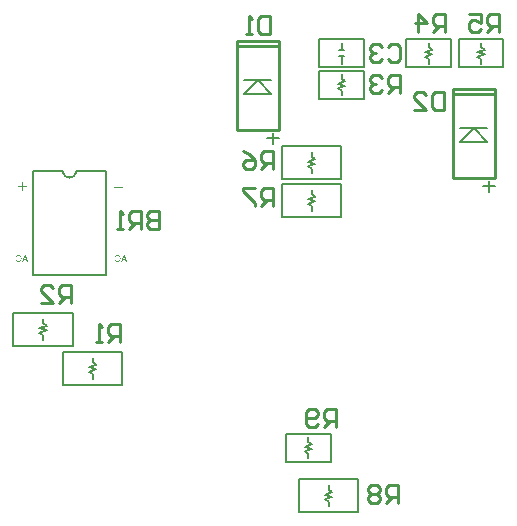
<source format=gbo>
G04*
G04 #@! TF.GenerationSoftware,Altium Limited,Altium Designer,18.1.7 (191)*
G04*
G04 Layer_Color=32896*
%FSLAX25Y25*%
%MOIN*%
G70*
G01*
G75*
%ADD10C,0.00787*%
%ADD12C,0.01000*%
%ADD73C,0.00315*%
G36*
X19848Y119712D02*
X19950Y119706D01*
X20049Y119691D01*
X20136Y119672D01*
X20176Y119660D01*
X20213Y119648D01*
X20247Y119635D01*
X20278Y119623D01*
X20302Y119614D01*
X20327Y119604D01*
X20343Y119595D01*
X20355Y119589D01*
X20364Y119586D01*
X20367Y119583D01*
X20451Y119530D01*
X20522Y119468D01*
X20584Y119406D01*
X20636Y119345D01*
X20676Y119289D01*
X20692Y119264D01*
X20704Y119243D01*
X20717Y119227D01*
X20723Y119215D01*
X20726Y119206D01*
X20729Y119203D01*
X20772Y119107D01*
X20803Y119008D01*
X20825Y118909D01*
X20840Y118819D01*
X20846Y118779D01*
X20849Y118739D01*
X20852Y118708D01*
Y118677D01*
X20855Y118656D01*
Y118637D01*
Y118625D01*
Y118622D01*
X20849Y118510D01*
X20837Y118402D01*
X20821Y118307D01*
X20809Y118260D01*
X20800Y118220D01*
X20791Y118183D01*
X20778Y118149D01*
X20769Y118118D01*
X20763Y118093D01*
X20754Y118075D01*
X20751Y118059D01*
X20744Y118050D01*
Y118047D01*
X20698Y117954D01*
X20645Y117871D01*
X20590Y117800D01*
X20562Y117772D01*
X20537Y117744D01*
X20513Y117719D01*
X20488Y117698D01*
X20466Y117679D01*
X20448Y117667D01*
X20435Y117655D01*
X20423Y117645D01*
X20417Y117642D01*
X20414Y117639D01*
X20370Y117614D01*
X20327Y117593D01*
X20234Y117559D01*
X20142Y117534D01*
X20052Y117518D01*
X20009Y117512D01*
X19972Y117506D01*
X19938Y117503D01*
X19910D01*
X19885Y117500D01*
X19851D01*
X19790Y117503D01*
X19731Y117509D01*
X19675Y117516D01*
X19623Y117528D01*
X19573Y117543D01*
X19527Y117559D01*
X19484Y117574D01*
X19443Y117593D01*
X19409Y117608D01*
X19375Y117624D01*
X19351Y117639D01*
X19326Y117655D01*
X19310Y117667D01*
X19295Y117673D01*
X19289Y117679D01*
X19286Y117682D01*
X19243Y117719D01*
X19206Y117756D01*
X19172Y117800D01*
X19138Y117843D01*
X19082Y117929D01*
X19039Y118016D01*
X19020Y118056D01*
X19005Y118093D01*
X18992Y118127D01*
X18983Y118155D01*
X18974Y118180D01*
X18968Y118198D01*
X18965Y118211D01*
Y118214D01*
X19249Y118285D01*
X19261Y118235D01*
X19277Y118189D01*
X19292Y118146D01*
X19308Y118106D01*
X19326Y118069D01*
X19344Y118038D01*
X19366Y118007D01*
X19385Y117979D01*
X19400Y117954D01*
X19419Y117936D01*
X19434Y117917D01*
X19446Y117902D01*
X19459Y117892D01*
X19468Y117883D01*
X19471Y117880D01*
X19474Y117877D01*
X19505Y117852D01*
X19539Y117834D01*
X19607Y117800D01*
X19672Y117775D01*
X19737Y117760D01*
X19793Y117747D01*
X19814Y117744D01*
X19836D01*
X19854Y117741D01*
X19876D01*
X19947Y117744D01*
X20015Y117756D01*
X20077Y117772D01*
X20132Y117790D01*
X20176Y117809D01*
X20194Y117818D01*
X20210Y117824D01*
X20222Y117831D01*
X20231Y117837D01*
X20237Y117840D01*
X20241D01*
X20299Y117883D01*
X20349Y117929D01*
X20392Y117982D01*
X20426Y118032D01*
X20454Y118075D01*
X20472Y118112D01*
X20479Y118127D01*
X20485Y118137D01*
X20488Y118143D01*
Y118146D01*
X20513Y118226D01*
X20531Y118307D01*
X20547Y118387D01*
X20556Y118461D01*
X20559Y118495D01*
X20562Y118526D01*
Y118554D01*
X20565Y118575D01*
Y118594D01*
Y118609D01*
Y118619D01*
Y118622D01*
X20562Y118702D01*
X20556Y118776D01*
X20543Y118844D01*
X20531Y118906D01*
X20522Y118958D01*
X20516Y118980D01*
X20509Y118999D01*
X20506Y119014D01*
X20503Y119023D01*
X20500Y119029D01*
Y119033D01*
X20469Y119104D01*
X20435Y119169D01*
X20398Y119221D01*
X20358Y119267D01*
X20324Y119305D01*
X20296Y119329D01*
X20275Y119345D01*
X20271Y119351D01*
X20268D01*
X20204Y119391D01*
X20132Y119422D01*
X20064Y119444D01*
X20000Y119456D01*
X19941Y119465D01*
X19916Y119468D01*
X19895D01*
X19879Y119471D01*
X19854D01*
X19777Y119468D01*
X19706Y119456D01*
X19647Y119437D01*
X19595Y119419D01*
X19555Y119397D01*
X19524Y119382D01*
X19505Y119369D01*
X19499Y119363D01*
X19450Y119317D01*
X19403Y119264D01*
X19366Y119209D01*
X19335Y119153D01*
X19310Y119104D01*
X19301Y119079D01*
X19295Y119060D01*
X19289Y119045D01*
X19283Y119033D01*
X19280Y119027D01*
Y119023D01*
X19002Y119088D01*
X19020Y119144D01*
X19039Y119193D01*
X19063Y119240D01*
X19085Y119286D01*
X19110Y119326D01*
X19138Y119363D01*
X19162Y119400D01*
X19187Y119431D01*
X19212Y119456D01*
X19233Y119481D01*
X19255Y119502D01*
X19270Y119518D01*
X19286Y119533D01*
X19298Y119543D01*
X19304Y119546D01*
X19308Y119549D01*
X19351Y119577D01*
X19394Y119604D01*
X19437Y119626D01*
X19484Y119644D01*
X19576Y119672D01*
X19660Y119691D01*
X19700Y119700D01*
X19734Y119703D01*
X19768Y119706D01*
X19796Y119709D01*
X19817Y119712D01*
X19848D01*
D02*
G37*
G36*
X22184Y119675D02*
X23000Y117537D01*
X22700D01*
X22468Y118186D01*
X21572D01*
X21322Y117537D01*
X21001D01*
X21875Y119675D01*
X22184D01*
D02*
G37*
G36*
X52848Y119712D02*
X52950Y119706D01*
X53049Y119691D01*
X53136Y119672D01*
X53176Y119660D01*
X53213Y119648D01*
X53247Y119635D01*
X53278Y119623D01*
X53302Y119614D01*
X53327Y119604D01*
X53343Y119595D01*
X53355Y119589D01*
X53364Y119586D01*
X53367Y119583D01*
X53451Y119530D01*
X53522Y119468D01*
X53584Y119406D01*
X53636Y119345D01*
X53676Y119289D01*
X53692Y119264D01*
X53704Y119243D01*
X53716Y119227D01*
X53723Y119215D01*
X53726Y119206D01*
X53729Y119203D01*
X53772Y119107D01*
X53803Y119008D01*
X53825Y118909D01*
X53840Y118819D01*
X53846Y118779D01*
X53849Y118739D01*
X53852Y118708D01*
Y118677D01*
X53856Y118656D01*
Y118637D01*
Y118625D01*
Y118622D01*
X53849Y118510D01*
X53837Y118402D01*
X53822Y118307D01*
X53809Y118260D01*
X53800Y118220D01*
X53791Y118183D01*
X53778Y118149D01*
X53769Y118118D01*
X53763Y118093D01*
X53754Y118075D01*
X53750Y118059D01*
X53744Y118050D01*
Y118047D01*
X53698Y117954D01*
X53645Y117871D01*
X53590Y117800D01*
X53562Y117772D01*
X53537Y117744D01*
X53513Y117719D01*
X53488Y117698D01*
X53466Y117679D01*
X53448Y117667D01*
X53435Y117655D01*
X53423Y117645D01*
X53417Y117642D01*
X53414Y117639D01*
X53370Y117614D01*
X53327Y117593D01*
X53234Y117559D01*
X53142Y117534D01*
X53052Y117518D01*
X53009Y117512D01*
X52972Y117506D01*
X52938Y117503D01*
X52910D01*
X52885Y117500D01*
X52851D01*
X52789Y117503D01*
X52731Y117509D01*
X52675Y117516D01*
X52623Y117528D01*
X52573Y117543D01*
X52527Y117559D01*
X52484Y117574D01*
X52443Y117593D01*
X52409Y117608D01*
X52375Y117624D01*
X52351Y117639D01*
X52326Y117655D01*
X52311Y117667D01*
X52295Y117673D01*
X52289Y117679D01*
X52286Y117682D01*
X52243Y117719D01*
X52205Y117756D01*
X52171Y117800D01*
X52138Y117843D01*
X52082Y117929D01*
X52039Y118016D01*
X52020Y118056D01*
X52005Y118093D01*
X51992Y118127D01*
X51983Y118155D01*
X51974Y118180D01*
X51968Y118198D01*
X51964Y118211D01*
Y118214D01*
X52249Y118285D01*
X52261Y118235D01*
X52276Y118189D01*
X52292Y118146D01*
X52307Y118106D01*
X52326Y118069D01*
X52345Y118038D01*
X52366Y118007D01*
X52385Y117979D01*
X52400Y117954D01*
X52419Y117936D01*
X52434Y117917D01*
X52447Y117902D01*
X52459Y117892D01*
X52468Y117883D01*
X52471Y117880D01*
X52474Y117877D01*
X52505Y117852D01*
X52539Y117834D01*
X52607Y117800D01*
X52672Y117775D01*
X52737Y117760D01*
X52793Y117747D01*
X52814Y117744D01*
X52836D01*
X52854Y117741D01*
X52876D01*
X52947Y117744D01*
X53015Y117756D01*
X53077Y117772D01*
X53132Y117790D01*
X53176Y117809D01*
X53194Y117818D01*
X53210Y117824D01*
X53222Y117831D01*
X53231Y117837D01*
X53237Y117840D01*
X53241D01*
X53299Y117883D01*
X53349Y117929D01*
X53392Y117982D01*
X53426Y118032D01*
X53454Y118075D01*
X53472Y118112D01*
X53479Y118127D01*
X53485Y118137D01*
X53488Y118143D01*
Y118146D01*
X53513Y118226D01*
X53531Y118307D01*
X53547Y118387D01*
X53556Y118461D01*
X53559Y118495D01*
X53562Y118526D01*
Y118554D01*
X53565Y118575D01*
Y118594D01*
Y118609D01*
Y118619D01*
Y118622D01*
X53562Y118702D01*
X53556Y118776D01*
X53543Y118844D01*
X53531Y118906D01*
X53522Y118958D01*
X53516Y118980D01*
X53509Y118999D01*
X53506Y119014D01*
X53503Y119023D01*
X53500Y119029D01*
Y119033D01*
X53469Y119104D01*
X53435Y119169D01*
X53398Y119221D01*
X53358Y119267D01*
X53324Y119305D01*
X53296Y119329D01*
X53275Y119345D01*
X53272Y119351D01*
X53268D01*
X53203Y119391D01*
X53132Y119422D01*
X53065Y119444D01*
X53000Y119456D01*
X52941Y119465D01*
X52916Y119468D01*
X52895D01*
X52879Y119471D01*
X52854D01*
X52777Y119468D01*
X52706Y119456D01*
X52647Y119437D01*
X52595Y119419D01*
X52555Y119397D01*
X52524Y119382D01*
X52505Y119369D01*
X52499Y119363D01*
X52450Y119317D01*
X52403Y119264D01*
X52366Y119209D01*
X52335Y119153D01*
X52311Y119104D01*
X52301Y119079D01*
X52295Y119060D01*
X52289Y119045D01*
X52283Y119033D01*
X52280Y119027D01*
Y119023D01*
X52002Y119088D01*
X52020Y119144D01*
X52039Y119193D01*
X52063Y119240D01*
X52085Y119286D01*
X52110Y119326D01*
X52138Y119363D01*
X52162Y119400D01*
X52187Y119431D01*
X52212Y119456D01*
X52233Y119481D01*
X52255Y119502D01*
X52270Y119518D01*
X52286Y119533D01*
X52298Y119543D01*
X52304Y119546D01*
X52307Y119549D01*
X52351Y119577D01*
X52394Y119604D01*
X52437Y119626D01*
X52484Y119644D01*
X52576Y119672D01*
X52660Y119691D01*
X52700Y119700D01*
X52734Y119703D01*
X52768Y119706D01*
X52796Y119709D01*
X52817Y119712D01*
X52848D01*
D02*
G37*
G36*
X55184Y119675D02*
X56000Y117537D01*
X55700D01*
X55468Y118186D01*
X54572D01*
X54322Y117537D01*
X54001D01*
X54875Y119675D01*
X55184D01*
D02*
G37*
%LPC*%
G36*
X22036Y119453D02*
X22014Y119382D01*
X21990Y119308D01*
X21965Y119234D01*
X21940Y119162D01*
X21928Y119132D01*
X21918Y119101D01*
X21909Y119073D01*
X21900Y119051D01*
X21894Y119033D01*
X21888Y119017D01*
X21884Y119008D01*
Y119005D01*
X21662Y118418D01*
X22385D01*
X22153Y119042D01*
X22126Y119119D01*
X22104Y119193D01*
X22082Y119261D01*
X22067Y119323D01*
X22054Y119376D01*
X22048Y119397D01*
X22045Y119419D01*
X22039Y119431D01*
Y119444D01*
X22036Y119450D01*
Y119453D01*
D02*
G37*
G36*
X55036D02*
X55014Y119382D01*
X54990Y119308D01*
X54965Y119234D01*
X54940Y119162D01*
X54928Y119132D01*
X54918Y119101D01*
X54909Y119073D01*
X54900Y119051D01*
X54894Y119033D01*
X54888Y119017D01*
X54884Y119008D01*
Y119005D01*
X54662Y118418D01*
X55385D01*
X55153Y119042D01*
X55125Y119119D01*
X55104Y119193D01*
X55082Y119261D01*
X55067Y119323D01*
X55054Y119376D01*
X55048Y119397D01*
X55045Y119419D01*
X55039Y119431D01*
Y119444D01*
X55036Y119450D01*
Y119453D01*
D02*
G37*
%LPD*%
D10*
X34514Y147426D02*
G03*
X39136Y147453I2308J503D01*
G01*
X24685Y113177D02*
Y147823D01*
X49095Y113177D02*
Y147823D01*
X24685Y113177D02*
X49095D01*
X24685Y147823D02*
X34514D01*
X39136D02*
X49095D01*
X123272Y35957D02*
Y37532D01*
X122091Y38319D02*
X123272Y37532D01*
Y41469D02*
Y43043D01*
Y41469D02*
X124453Y40681D01*
X122091Y39894D02*
X124453Y40681D01*
X122091Y39894D02*
X124453Y39106D01*
X122091Y38319D02*
X124453Y39106D01*
X133114Y33988D02*
Y45012D01*
X113429Y33988D02*
Y45012D01*
X133114D01*
X113429Y33988D02*
X133114D01*
X115277Y54319D02*
X117639Y55106D01*
X115277Y55893D02*
X117639Y55106D01*
X115277Y55893D02*
X117639Y56681D01*
X116458Y57468D02*
X117639Y56681D01*
X115277Y54319D02*
X116458Y53531D01*
X123938Y50775D02*
Y60224D01*
X108977Y50775D02*
X123938D01*
X108977D02*
Y60224D01*
X123938D01*
X116458Y57468D02*
Y59043D01*
Y51956D02*
Y53531D01*
X117500Y139969D02*
Y141543D01*
Y139969D02*
X118681Y139181D01*
X117500Y134457D02*
Y136031D01*
X116319Y136819D02*
X117500Y136031D01*
X116319Y136819D02*
X118681Y137606D01*
X116319Y138394D02*
X118681Y137606D01*
X116319Y138394D02*
X118681Y139181D01*
X107657Y132488D02*
Y143512D01*
X127343Y132488D02*
Y143512D01*
X107657Y132488D02*
X127343D01*
X107657Y143512D02*
X127343D01*
X117500Y152469D02*
Y154043D01*
Y152469D02*
X118681Y151681D01*
X117500Y146957D02*
Y148531D01*
X116319Y149319D02*
X117500Y148531D01*
X116319Y149319D02*
X118681Y150106D01*
X116319Y150894D02*
X118681Y150106D01*
X116319Y150894D02*
X118681Y151681D01*
X107657Y144988D02*
Y156012D01*
X127343Y144988D02*
Y156012D01*
X107657Y144988D02*
X127343D01*
X107657Y156012D02*
X127343D01*
X172819Y185819D02*
X175181Y186606D01*
X172819Y187394D02*
X175181Y186606D01*
X172819Y187394D02*
X175181Y188181D01*
X174000Y188969D02*
X175181Y188181D01*
X172819Y185819D02*
X174000Y185032D01*
X181480Y182276D02*
Y191724D01*
X166520Y182276D02*
X181480D01*
X166520D02*
Y191724D01*
X181480D01*
X174000Y188969D02*
Y190543D01*
Y183457D02*
Y185032D01*
X155319Y185819D02*
X157681Y186606D01*
X155319Y187394D02*
X157681Y186606D01*
X155319Y187394D02*
X157681Y188181D01*
X156500Y188969D02*
X157681Y188181D01*
X155319Y185819D02*
X156500Y185032D01*
X163980Y182276D02*
Y191724D01*
X149020Y182276D02*
X163980D01*
X149020D02*
Y191724D01*
X163980D01*
X156500Y188969D02*
Y190543D01*
Y183457D02*
Y185032D01*
X126319Y175319D02*
X128681Y176106D01*
X126319Y176894D02*
X128681Y176106D01*
X126319Y176894D02*
X128681Y177681D01*
X127500Y178469D02*
X128681Y177681D01*
X126319Y175319D02*
X127500Y174532D01*
X134980Y171776D02*
Y181224D01*
X120020Y171776D02*
X134980D01*
X120020D02*
Y181224D01*
X134980D01*
X127500Y178469D02*
Y180043D01*
Y172957D02*
Y174532D01*
X134980Y191331D02*
Y191724D01*
X120020D02*
X134980D01*
Y182276D02*
Y191331D01*
X120020Y182276D02*
X134980D01*
X120020D02*
Y191724D01*
X127500Y183500D02*
Y186000D01*
Y188000D02*
Y190500D01*
X126713Y188000D02*
X128287D01*
X126713Y186000D02*
X128287D01*
X167000Y157500D02*
X171500Y162000D01*
X167000Y157500D02*
X176000D01*
X171500Y162000D02*
X176000Y157500D01*
X167000Y162000D02*
X176000D01*
X176618Y140768D02*
Y144374D01*
X174650Y142606D02*
X178587D01*
X95000Y173500D02*
X99500Y178000D01*
X95000Y173500D02*
X104000D01*
X99500Y178000D02*
X104000Y173500D01*
X95000Y178000D02*
X104000D01*
X104618Y156768D02*
Y160374D01*
X102650Y158606D02*
X106587D01*
X28000Y96969D02*
Y98543D01*
Y96969D02*
X29181Y96181D01*
X28000Y91457D02*
Y93031D01*
X26819Y93819D02*
X28000Y93031D01*
X26819Y93819D02*
X29181Y94606D01*
X26819Y95394D02*
X29181Y94606D01*
X26819Y95394D02*
X29181Y96181D01*
X18157Y89488D02*
Y100512D01*
X37843Y89488D02*
Y100512D01*
X18157Y89488D02*
X37843D01*
X18157Y100512D02*
X37843D01*
X44500Y83969D02*
Y85543D01*
Y83969D02*
X45681Y83181D01*
X44500Y78457D02*
Y80031D01*
X43319Y80819D02*
X44500Y80031D01*
X43319Y80819D02*
X45681Y81606D01*
X43319Y82394D02*
X45681Y81606D01*
X43319Y82394D02*
X45681Y83181D01*
X34657Y76488D02*
Y87512D01*
X54343Y76488D02*
Y87512D01*
X34657Y76488D02*
X54343D01*
X34657Y87512D02*
X54343D01*
D12*
X164500Y145500D02*
X178500D01*
X164500D02*
Y175000D01*
X178500Y145500D02*
Y175000D01*
X164500D02*
X178500D01*
X164500Y173500D02*
X178500D01*
X92500Y161500D02*
X106500D01*
X92500D02*
Y191000D01*
X106500Y161500D02*
Y191000D01*
X92500D02*
X106500D01*
X92500Y189500D02*
X106500D01*
X66500Y134498D02*
Y128500D01*
X63501D01*
X62501Y129500D01*
Y130499D01*
X63501Y131499D01*
X66500D01*
X63501D01*
X62501Y132499D01*
Y133498D01*
X63501Y134498D01*
X66500D01*
X60502Y128500D02*
Y134498D01*
X57503D01*
X56503Y133498D01*
Y131499D01*
X57503Y130499D01*
X60502D01*
X58503D02*
X56503Y128500D01*
X54504D02*
X52504D01*
X53504D01*
Y134498D01*
X54504Y133498D01*
X125500Y62500D02*
Y68498D01*
X122501D01*
X121501Y67498D01*
Y65499D01*
X122501Y64499D01*
X125500D01*
X123501D02*
X121501Y62500D01*
X119502Y63500D02*
X118502Y62500D01*
X116503D01*
X115503Y63500D01*
Y67498D01*
X116503Y68498D01*
X118502D01*
X119502Y67498D01*
Y66499D01*
X118502Y65499D01*
X115503D01*
X146473Y37000D02*
Y42998D01*
X143473D01*
X142474Y41998D01*
Y39999D01*
X143473Y38999D01*
X146473D01*
X144473D02*
X142474Y37000D01*
X140474Y41998D02*
X139475Y42998D01*
X137475D01*
X136476Y41998D01*
Y40999D01*
X137475Y39999D01*
X136476Y38999D01*
Y38000D01*
X137475Y37000D01*
X139475D01*
X140474Y38000D01*
Y38999D01*
X139475Y39999D01*
X140474Y40999D01*
Y41998D01*
X139475Y39999D02*
X137475D01*
X104500Y136031D02*
Y142030D01*
X101501D01*
X100501Y141030D01*
Y139031D01*
X101501Y138031D01*
X104500D01*
X102501D02*
X100501Y136031D01*
X98502Y142030D02*
X94503D01*
Y141030D01*
X98502Y137031D01*
Y136031D01*
X104587Y148500D02*
Y154498D01*
X101588D01*
X100588Y153498D01*
Y151499D01*
X101588Y150499D01*
X104587D01*
X102587D02*
X100588Y148500D01*
X94590Y154498D02*
X96589Y153498D01*
X98589Y151499D01*
Y149500D01*
X97589Y148500D01*
X95590D01*
X94590Y149500D01*
Y150499D01*
X95590Y151499D01*
X98589D01*
X180000Y194000D02*
Y199998D01*
X177001D01*
X176001Y198998D01*
Y196999D01*
X177001Y195999D01*
X180000D01*
X178001D02*
X176001Y194000D01*
X170003Y199998D02*
X174002D01*
Y196999D01*
X172003Y197999D01*
X171003D01*
X170003Y196999D01*
Y195000D01*
X171003Y194000D01*
X173002D01*
X174002Y195000D01*
X162000Y194000D02*
Y199998D01*
X159001D01*
X158001Y198998D01*
Y196999D01*
X159001Y195999D01*
X162000D01*
X160001D02*
X158001Y194000D01*
X153003D02*
Y199998D01*
X156002Y196999D01*
X152003D01*
X147039Y173646D02*
Y179644D01*
X144040D01*
X143041Y178644D01*
Y176645D01*
X144040Y175645D01*
X147039D01*
X145040D02*
X143041Y173646D01*
X141041Y178644D02*
X140041Y179644D01*
X138042D01*
X137042Y178644D01*
Y177644D01*
X138042Y176645D01*
X139042D01*
X138042D01*
X137042Y175645D01*
Y174645D01*
X138042Y173646D01*
X140041D01*
X141041Y174645D01*
X37200Y103900D02*
Y109898D01*
X34201D01*
X33201Y108898D01*
Y106899D01*
X34201Y105899D01*
X37200D01*
X35201D02*
X33201Y103900D01*
X27203D02*
X31202D01*
X27203Y107899D01*
Y108898D01*
X28203Y109898D01*
X30202D01*
X31202Y108898D01*
X53700Y90900D02*
Y96898D01*
X50701D01*
X49701Y95898D01*
Y93899D01*
X50701Y92899D01*
X53700D01*
X51701D02*
X49701Y90900D01*
X47702D02*
X45703D01*
X46702D01*
Y96898D01*
X47702Y95898D01*
X161500Y173998D02*
Y168000D01*
X158501D01*
X157501Y169000D01*
Y172998D01*
X158501Y173998D01*
X161500D01*
X151503Y168000D02*
X155502D01*
X151503Y171999D01*
Y172998D01*
X152503Y173998D01*
X154502D01*
X155502Y172998D01*
X103500Y199401D02*
Y193403D01*
X100501D01*
X99501Y194403D01*
Y198401D01*
X100501Y199401D01*
X103500D01*
X97502Y193403D02*
X95503D01*
X96502D01*
Y199401D01*
X97502Y198401D01*
X143041Y189144D02*
X144040Y190144D01*
X146040D01*
X147039Y189144D01*
Y185145D01*
X146040Y184146D01*
X144040D01*
X143041Y185145D01*
X141041Y189144D02*
X140041Y190144D01*
X138042D01*
X137042Y189144D01*
Y188144D01*
X138042Y187145D01*
X139042D01*
X138042D01*
X137042Y186145D01*
Y185145D01*
X138042Y184146D01*
X140041D01*
X141041Y185145D01*
D73*
X19789Y142794D02*
X22488D01*
X21139Y141445D02*
Y144144D01*
X54266Y142340D02*
X51567D01*
M02*

</source>
